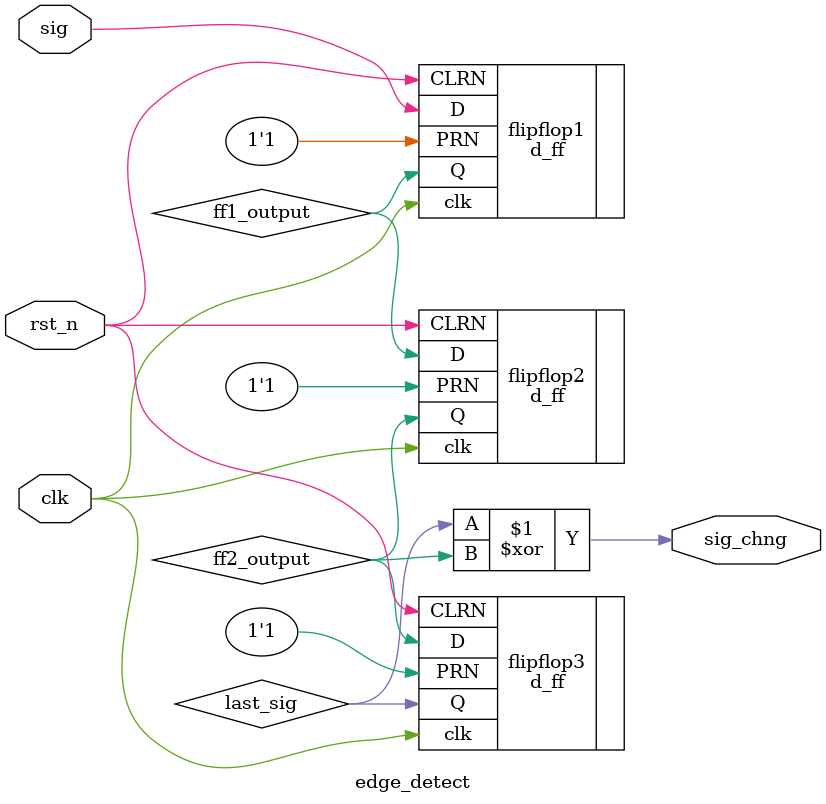
<source format=sv>
module edge_detect(
  input clk,			// hook to CLK of flops
  input rst_n,			// hook to PRN
  input sig,			// signal we are detecting a rising edge on
  output sig_chng		// high for 1 clock cycle on rise of sig
);

	//////////////////////////////////////////
	// Declare any needed internal signals //
	////////////////////////////////////////
	logic ff1_output;
	logic ff2_output;
	logic last_sig;
	
	
	///////////////////////////////////////////////////////
	// Instantiate flops to synchronize and edge detect //
	/////////////////////////////////////////////////////
	d_ff flipflop1(.clk(clk), .D(sig), .CLRN(rst_n), .PRN(1'b1), .Q(ff1_output));
	d_ff flipflop2(.clk(clk), .D(ff1_output), .CLRN(rst_n), .PRN(1'b1), .Q(ff2_output));
	d_ff flipflop3(.clk(clk), .D(ff2_output), .CLRN(rst_n), .PRN(1'b1), .Q(last_sig));
	
	xor lastsigXOR(sig_chng, last_sig, ff2_output);
	
    
	//////////////////////////////////////////////////////////
	// Infer any needed logic (data flow) to form sig_rise //
	////////////////////////////////////////////////////////
    	
	
endmodule
</source>
